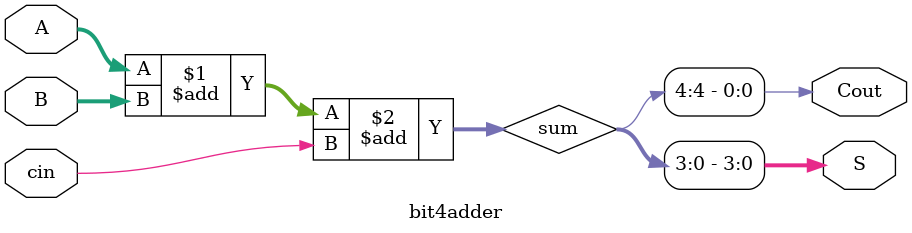
<source format=sv>
`timescale 1ns / 1ps


module bit4adder(
input logic cin,
input logic [3:0] A,
input logic [3:0] B,
output logic [3:0] S,
output logic Cout
    );
    logic [4:0] sum;
    assign sum = A + B + cin;
    assign S = sum[3:0];
    assign Cout = sum[4];
endmodule

</source>
